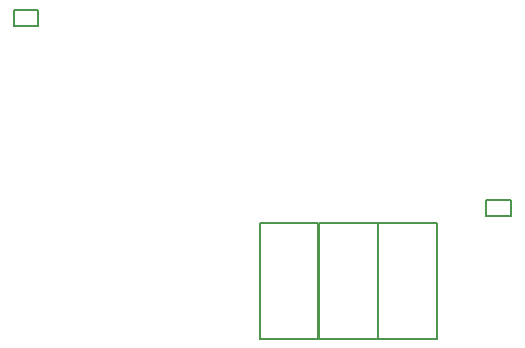
<source format=gbr>
%TF.GenerationSoftware,Altium Limited,Altium Designer,24.3.1 (35)*%
G04 Layer_Color=32896*
%FSLAX43Y43*%
%MOMM*%
%TF.SameCoordinates,76E1361F-AA3B-45A8-A24B-41510BF92E79*%
%TF.FilePolarity,Positive*%
%TF.FileFunction,Other,Bottom_3D_Body*%
%TF.Part,Single*%
G01*
G75*
%TA.AperFunction,NonConductor*%
%ADD94C,0.200*%
D94*
X166137Y28800D02*
X168237D01*
X166137D02*
Y30150D01*
X168237D01*
Y28800D02*
Y30150D01*
X208250Y12700D02*
Y14050D01*
X206150D02*
X208250D01*
X206150Y12700D02*
Y14050D01*
Y12700D02*
X208250D01*
X191992Y2310D02*
X196952D01*
X191992D02*
Y12090D01*
X196952D01*
Y2310D02*
Y12090D01*
X197007Y2310D02*
X201967D01*
X197007D02*
Y12090D01*
X201967D01*
Y2310D02*
Y12090D01*
X186952Y2310D02*
X191912D01*
X186952D02*
Y12090D01*
X191912D01*
Y2310D02*
Y12090D01*
%TF.MD5,7678a77735132d1d52a20e1ea287d362*%
M02*

</source>
